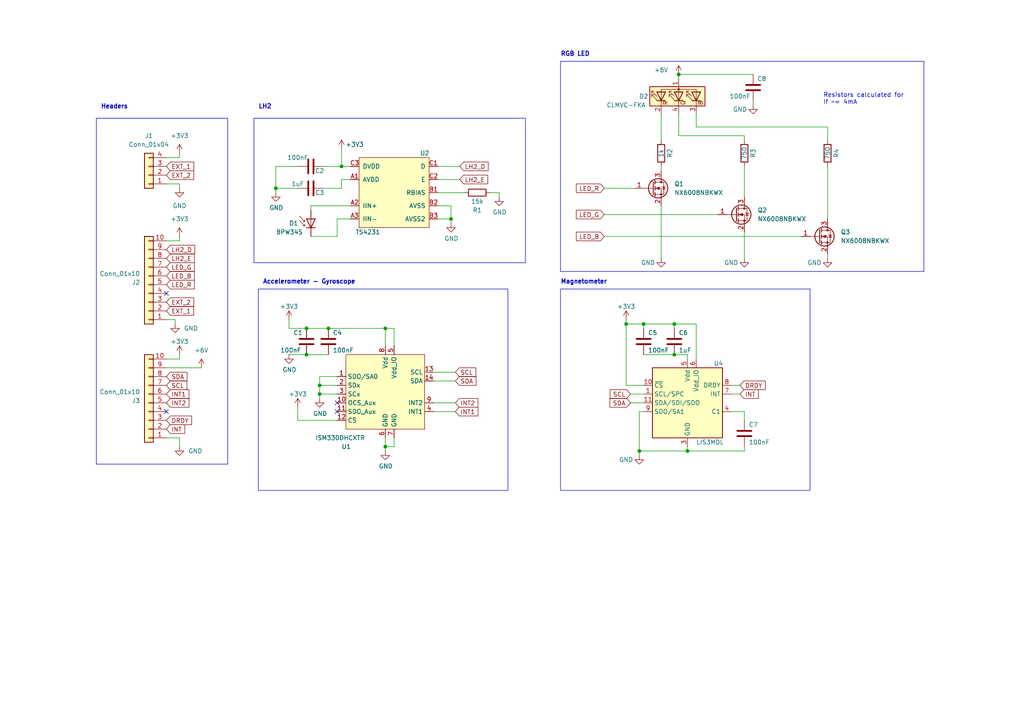
<source format=kicad_sch>
(kicad_sch (version 20230121) (generator eeschema)
  (paper "A4")
  (title_block (title "DotBot lighthouse shield") (date "2023-06-09") (rev "0.1.0") (company "Inria"))
  (lib_symbols
    (symbol "Connector_Generic:Conn_01x04" (pin_names (offset 1.016) hide)
      (property "Reference" "J" (at 0 5.08 0))
      (property "Value" "Conn_01x04" (at 0 -7.62 0))
      (symbol "Conn_01x04_1_1"
        (rectangle (start -1.27 -4.953) (end 0 -5.207) (stroke (width 0.1524)))
        (rectangle (start -1.27 -2.413) (end 0 -2.667) (stroke (width 0.1524)))
        (rectangle (start -1.27 0.127) (end 0 -0.127) (stroke (width 0.1524)))
        (rectangle (start -1.27 2.667) (end 0 2.413) (stroke (width 0.1524)))
        (rectangle (start -1.27 3.81) (end 1.27 -6.35) (stroke (width 0.254)) (fill (type background)))
        (pin passive line (at -5.08 2.54 0) (length 3.81) (name "Pin_1") (number "1"))
        (pin passive line (at -5.08 0 0) (length 3.81) (name "Pin_2") (number "2"))
        (pin passive line (at -5.08 -2.54 0) (length 3.81) (name "Pin_3") (number "3"))
        (pin passive line (at -5.08 -5.08 0) (length 3.81) (name "Pin_4") (number "4"))
      )
    )
    (symbol "Connector_Generic:Conn_01x10" (pin_names (offset 1.016) hide)
      (property "Reference" "J" (at 0 12.7 0))
      (property "Value" "Conn_01x10" (at 0 -15.24 0))
      (symbol "Conn_01x10_1_1"
        (rectangle (start -1.27 -12.573) (end 0 -12.827) (stroke (width 0.1524)))
        (rectangle (start -1.27 -10.033) (end 0 -10.287) (stroke (width 0.1524)))
        (rectangle (start -1.27 -7.493) (end 0 -7.747) (stroke (width 0.1524)))
        (rectangle (start -1.27 -4.953) (end 0 -5.207) (stroke (width 0.1524)))
        (rectangle (start -1.27 -2.413) (end 0 -2.667) (stroke (width 0.1524)))
        (rectangle (start -1.27 0.127) (end 0 -0.127) (stroke (width 0.1524)))
        (rectangle (start -1.27 2.667) (end 0 2.413) (stroke (width 0.1524)))
        (rectangle (start -1.27 5.207) (end 0 4.953) (stroke (width 0.1524)))
        (rectangle (start -1.27 7.747) (end 0 7.493) (stroke (width 0.1524)))
        (rectangle (start -1.27 10.287) (end 0 10.033) (stroke (width 0.1524)))
        (rectangle (start -1.27 11.43) (end 1.27 -13.97) (stroke (width 0.254)) (fill (type background)))
        (pin passive line (at -5.08 10.16 0) (length 3.81) (name "Pin_1") (number "1"))
        (pin passive line (at -5.08 -12.7 0) (length 3.81) (name "Pin_10") (number "10"))
        (pin passive line (at -5.08 7.62 0) (length 3.81) (name "Pin_2") (number "2"))
        (pin passive line (at -5.08 5.08 0) (length 3.81) (name "Pin_3") (number "3"))
        (pin passive line (at -5.08 2.54 0) (length 3.81) (name "Pin_4") (number "4"))
        (pin passive line (at -5.08 0 0) (length 3.81) (name "Pin_5") (number "5"))
        (pin passive line (at -5.08 -2.54 0) (length 3.81) (name "Pin_6") (number "6"))
        (pin passive line (at -5.08 -5.08 0) (length 3.81) (name "Pin_7") (number "7"))
        (pin passive line (at -5.08 -7.62 0) (length 3.81) (name "Pin_8") (number "8"))
        (pin passive line (at -5.08 -10.16 0) (length 3.81) (name "Pin_9") (number "9"))
      )
    )
    (symbol "Device:C" (pin_numbers hide) (pin_names (offset 0.254))
      (property "Reference" "C" (at 0.635 2.54 0))
      (property "Value" "C" (at 0.635 -2.54 0))
      (symbol "C_0_1"
        (polyline (pts (xy -2.032 -0.762) (xy 2.032 -0.762)) (stroke (width 0.508)))
        (polyline (pts (xy -2.032 0.762) (xy 2.032 0.762)) (stroke (width 0.508)))
      )
      (symbol "C_1_1"
        (pin passive line (at 0 3.81 270) (length 2.794) (name "~") (number "1"))
        (pin passive line (at 0 -3.81 90) (length 2.794) (name "~") (number "2"))
      )
    )
    (symbol "Device:D_Photo" (pin_numbers hide) (pin_names hide)
      (property "Reference" "D" (at 0.508 1.778 0))
      (property "Value" "D_Photo" (at -1.016 -2.794 0))
      (symbol "D_Photo_0_1"
        (polyline (pts (xy -2.54 1.27) (xy -2.54 -1.27)) (stroke (width 0.254)))
        (polyline (pts (xy -2.032 1.778) (xy -1.524 1.778)))
        (polyline (pts (xy 0 0) (xy -2.54 0)))
        (polyline (pts (xy -0.508 3.302) (xy -2.032 1.778) (xy -2.032 2.286)))
        (polyline (pts (xy 0 -1.27) (xy 0 1.27) (xy -2.54 0) (xy 0 -1.27)) (stroke (width 0.254)))
        (polyline (pts (xy 0.762 3.302) (xy -0.762 1.778) (xy -0.762 2.286) (xy -0.762 1.778) (xy -0.254 1.778)))
      )
      (symbol "D_Photo_1_1"
        (pin passive line (at -5.08 0 0) (length 2.54) (name "K") (number "1"))
        (pin passive line (at 2.54 0 180) (length 2.54) (name "A") (number "2"))
      )
    )
    (symbol "Device:LED_ARBG" (pin_names (offset 0) hide)
      (property "Reference" "D" (at 0 9.398 0))
      (property "Value" "LED_ARBG" (at 0 -8.89 0))
      (symbol "LED_ARBG_0_0"
        (text "B" (at -1.905 -6.35 0) (effects (font (size 1.27 1.27))))
        (text "G" (at -1.905 -1.27 0) (effects (font (size 1.27 1.27))))
        (text "R" (at -1.905 3.81 0) (effects (font (size 1.27 1.27))))
      )
      (symbol "LED_ARBG_0_1"
        (polyline (pts (xy -1.27 -5.08) (xy -2.54 -5.08)))
        (polyline (pts (xy -1.27 -5.08) (xy 1.27 -5.08)))
        (polyline (pts (xy -1.27 -3.81) (xy -1.27 -6.35)) (stroke (width 0.254)))
        (polyline (pts (xy -1.27 0) (xy -2.54 0)))
        (polyline (pts (xy -1.27 1.27) (xy -1.27 -1.27)) (stroke (width 0.254)))
        (polyline (pts (xy -1.27 5.08) (xy -2.54 5.08)))
        (polyline (pts (xy -1.27 5.08) (xy 1.27 5.08)))
        (polyline (pts (xy -1.27 6.35) (xy -1.27 3.81)) (stroke (width 0.254)))
        (polyline (pts (xy 1.27 0) (xy -1.27 0)))
        (polyline (pts (xy 1.27 0) (xy 2.54 0)))
        (polyline (pts (xy -1.27 1.27) (xy -1.27 -1.27) (xy -1.27 -1.27)))
        (polyline (pts (xy -1.27 6.35) (xy -1.27 3.81) (xy -1.27 3.81)))
        (polyline (pts (xy 1.27 -5.08) (xy 2.032 -5.08) (xy 2.032 5.08) (xy 1.27 5.08)))
        (polyline (pts (xy 1.27 -3.81) (xy 1.27 -6.35) (xy -1.27 -5.08) (xy 1.27 -3.81)) (stroke (width 0.254)))
        (polyline (pts (xy 1.27 1.27) (xy 1.27 -1.27) (xy -1.27 0) (xy 1.27 1.27)) (stroke (width 0.254)))
        (polyline (pts (xy 1.27 6.35) (xy 1.27 3.81) (xy -1.27 5.08) (xy 1.27 6.35)) (stroke (width 0.254)))
        (polyline (pts (xy -1.016 -3.81) (xy 0.508 -2.286) (xy -0.254 -2.286) (xy 0.508 -2.286) (xy 0.508 -3.048)))
        (polyline (pts (xy -1.016 1.27) (xy 0.508 2.794) (xy -0.254 2.794) (xy 0.508 2.794) (xy 0.508 2.032)))
        (polyline (pts (xy -1.016 6.35) (xy 0.508 7.874) (xy -0.254 7.874) (xy 0.508 7.874) (xy 0.508 7.112)))
        (polyline (pts (xy 0 -3.81) (xy 1.524 -2.286) (xy 0.762 -2.286) (xy 1.524 -2.286) (xy 1.524 -3.048)))
        (polyline (pts (xy 0 1.27) (xy 1.524 2.794) (xy 0.762 2.794) (xy 1.524 2.794) (xy 1.524 2.032)))
        (polyline (pts (xy 0 6.35) (xy 1.524 7.874) (xy 0.762 7.874) (xy 1.524 7.874) (xy 1.524 7.112)))
        (rectangle (start 1.27 -1.27) (end 1.27 1.27))
        (rectangle (start 1.27 1.27) (end 1.27 1.27))
        (rectangle (start 1.27 3.81) (end 1.27 6.35))
        (rectangle (start 1.27 6.35) (end 1.27 6.35))
        (circle (center 2.032 0) (radius 0.254) (fill (type outline)))
        (rectangle (start 2.794 8.382) (end -2.794 -7.62) (stroke (width 0.254)) (fill (type background)))
      )
      (symbol "LED_ARBG_1_1"
        (pin passive line (at 5.08 0 180) (length 2.54) (name "A") (number "1"))
        (pin passive line (at -5.08 5.08 0) (length 2.54) (name "RK") (number "2"))
        (pin passive line (at -5.08 -5.08 0) (length 2.54) (name "BK") (number "3"))
        (pin passive line (at -5.08 0 0) (length 2.54) (name "GK") (number "4"))
      )
    )
    (symbol "Device:Q_NMOS_GSD" (pin_names (offset 0) hide)
      (property "Reference" "Q" (at 5.08 1.27 0))
      (property "Value" "Q_NMOS_GSD" (at 5.08 -1.27 0))
      (symbol "Q_NMOS_GSD_0_1"
        (polyline (pts (xy 0.254 0) (xy -2.54 0)))
        (polyline (pts (xy 0.254 1.905) (xy 0.254 -1.905)) (stroke (width 0.254)))
        (polyline (pts (xy 0.762 -1.27) (xy 0.762 -2.286)) (stroke (width 0.254)))
        (polyline (pts (xy 0.762 0.508) (xy 0.762 -0.508)) (stroke (width 0.254)))
        (polyline (pts (xy 0.762 2.286) (xy 0.762 1.27)) (stroke (width 0.254)))
        (polyline (pts (xy 2.54 2.54) (xy 2.54 1.778)))
        (polyline (pts (xy 2.54 -2.54) (xy 2.54 0) (xy 0.762 0)))
        (polyline (pts (xy 0.762 -1.778) (xy 3.302 -1.778) (xy 3.302 1.778) (xy 0.762 1.778)))
        (polyline (pts (xy 1.016 0) (xy 2.032 0.381) (xy 2.032 -0.381) (xy 1.016 0)) (fill (type outline)))
        (polyline (pts (xy 2.794 0.508) (xy 2.921 0.381) (xy 3.683 0.381) (xy 3.81 0.254)))
        (polyline (pts (xy 3.302 0.381) (xy 2.921 -0.254) (xy 3.683 -0.254) (xy 3.302 0.381)))
        (circle (center 1.651 0) (radius 2.794) (stroke (width 0.254)))
        (circle (center 2.54 -1.778) (radius 0.254) (fill (type outline)))
        (circle (center 2.54 1.778) (radius 0.254) (fill (type outline)))
      )
      (symbol "Q_NMOS_GSD_1_1"
        (pin input line (at -5.08 0 0) (length 2.54) (name "G") (number "1"))
        (pin passive line (at 2.54 -5.08 90) (length 2.54) (name "S") (number "2"))
        (pin passive line (at 2.54 5.08 270) (length 2.54) (name "D") (number "3"))
      )
    )
    (symbol "Device:R" (pin_numbers hide) (pin_names (offset 0))
      (property "Reference" "R" (at 2.032 0 90))
      (property "Value" "R" (at 0 0 90))
      (symbol "R_0_1"
        (rectangle (start -1.016 -2.54) (end 1.016 2.54) (stroke (width 0.254)))
      )
      (symbol "R_1_1"
        (pin passive line (at 0 3.81 270) (length 1.27) (name "~") (number "1"))
        (pin passive line (at 0 -3.81 90) (length 1.27) (name "~") (number "2"))
      )
    )
    (symbol "DotBot:ISM330DHCXTR"
      (property "Reference" "U" (at -8.89 11.43 0))
      (property "Value" "ISM330DHCXTR" (at -7.62 -13.97 0))
      (symbol "ISM330DHCXTR_0_0"
        (pin output line (at -12.7 3.81 0) (length 2.54) (name "SDO/SA0") (number "1"))
        (pin unspecified line (at -12.7 -3.81 0) (length 2.54) (name "OCS_Aux") (number "10"))
        (pin unspecified line (at -12.7 -6.35 0) (length 2.54) (name "SDO_Aux") (number "11"))
        (pin input line (at -12.7 -8.89 0) (length 2.54) (name "CS") (number "12"))
        (pin input line (at 15.24 5.08 180) (length 2.54) (name "SCL") (number "13"))
        (pin bidirectional line (at 15.24 2.54 180) (length 2.54) (name "SDA") (number "14"))
        (pin output line (at -12.7 1.27 0) (length 2.54) (name "SDx") (number "2"))
        (pin output line (at -12.7 -1.27 0) (length 2.54) (name "SCx") (number "3"))
        (pin output line (at 15.24 -6.35 180) (length 2.54) (name "INT1") (number "4"))
        (pin passive line (at 3.81 12.7 270) (length 2.54) (name "Vdd_IO") (number "5"))
        (pin passive line (at 1.27 -13.97 90) (length 2.54) (name "GND") (number "6"))
        (pin passive line (at 3.81 -13.97 90) (length 2.54) (name "GND") (number "7"))
        (pin passive line (at 1.27 12.7 270) (length 2.54) (name "Vdd") (number "8"))
        (pin output line (at 15.24 -3.81 180) (length 2.54) (name "INT2") (number "9"))
      )
      (symbol "ISM330DHCXTR_0_1"
        (rectangle (start -10.16 10.16) (end 12.7 -11.43) (fill (type background)))
      )
    )
    (symbol "DotBot:TS4231" (pin_names (offset 1.016))
      (property "Reference" "U" (at 2.54 -1.27 0))
      (property "Value" "TS4231" (at -12.7 -24.13 0))
      (symbol "TS4231_0_1"
        (rectangle (start 3.81 -2.54) (end -16.51 -22.86) (fill (type background)))
      )
      (symbol "TS4231_1_1"
        (pin power_in line (at -19.05 -8.89 0) (length 2.54) (name "AVDD") (number "A1"))
        (pin input line (at -19.05 -16.51 0) (length 2.54) (name "IIN+") (number "A2"))
        (pin input line (at -19.05 -20.32 0) (length 2.54) (name "IIN-") (number "A3"))
        (pin passive line (at 6.35 -12.7 180) (length 2.54) (name "RBIAS") (number "B1"))
        (pin power_in line (at 6.35 -16.51 180) (length 2.54) (name "AVSS") (number "B2"))
        (pin power_in line (at 6.35 -20.32 180) (length 2.54) (name "AVSS2") (number "B3"))
        (pin bidirectional line (at 6.35 -5.08 180) (length 2.54) (name "D") (number "C1"))
        (pin bidirectional line (at 6.35 -8.89 180) (length 2.54) (name "E") (number "C2"))
        (pin power_in line (at -19.05 -5.08 0) (length 2.54) (name "DVDD") (number "C3"))
      )
    )
    (symbol "OLIMEX_Power:+3.3V" (power) (pin_names (offset 0))
      (property "Value" "+3.3V" (at 0 3.556 0))
      (symbol "+3.3V_0_1"
        (polyline (pts (xy -0.762 1.27) (xy 0 2.54)))
        (polyline (pts (xy 0 0) (xy 0 2.54)))
        (polyline (pts (xy 0 2.54) (xy 0.762 1.27)))
      )
      (symbol "+3.3V_1_1"
        (pin power_in line (at 0 0 90) (length 0) hide (name "+3V3") (number "1"))
      )
    )
    (symbol "OLIMEX_Power:+6V" (power) (pin_names (offset 0))
      (property "Value" "+6V" (at 0 3.556 0))
      (symbol "+6V_0_1"
        (polyline (pts (xy -0.762 1.27) (xy 0 2.54)))
        (polyline (pts (xy 0 0) (xy 0 2.54)))
        (polyline (pts (xy 0 2.54) (xy 0.762 1.27)))
      )
      (symbol "+6V_1_1"
        (pin power_in line (at 0 0 90) (length 0) hide (name "+6V") (number "1"))
      )
    )
    (symbol "OLIMEX_Power:GND" (power) (pin_names (offset 0))
      (property "Value" "GND" (at 0 -3.81 0))
      (symbol "GND_0_1"
        (polyline (pts (xy 0 0) (xy 0 -1.27) (xy 1.27 -1.27) (xy 0 -2.54) (xy -1.27 -1.27) (xy 0 -1.27)))
      )
      (symbol "GND_1_1"
        (pin power_in line (at 0 0 270) (length 0) hide (name "GND") (number "1"))
      )
    )
    (symbol "Sensor_Magnetic:LIS3MDL"
      (property "Reference" "U" (at -8.89 11.43 0))
      (property "Value" "LIS3MDL" (at 7.62 11.43 0))
      (symbol "LIS3MDL_0_1"
        (rectangle (start -10.16 10.16) (end 10.16 -10.16) (stroke (width 0.254)) (fill (type background)))
      )
      (symbol "LIS3MDL_1_1"
        (pin input line (at -12.7 2.54 0) (length 2.54) (name "SCL/SPC") (number "1"))
        (pin input line (at -12.7 5.08 0) (length 2.54) (name "~{CS}") (number "10"))
        (pin bidirectional line (at -12.7 0 0) (length 2.54) (name "SDA/SDI/SDO") (number "11"))
        (pin passive line (at 0 -12.7 90) (length 2.54) hide (name "GND") (number "12"))
        (pin passive line (at 0 -12.7 90) (length 2.54) hide (name "GND") (number "2"))
        (pin power_in line (at 0 -12.7 90) (length 2.54) (name "GND") (number "3"))
        (pin power_out line (at 12.7 -2.54 180) (length 2.54) (name "C1") (number "4"))
        (pin power_in line (at 0 12.7 270) (length 2.54) (name "Vdd") (number "5"))
        (pin power_in line (at 2.54 12.7 270) (length 2.54) (name "Vdd_IO") (number "6"))
        (pin output line (at 12.7 2.54 180) (length 2.54) (name "INT") (number "7"))
        (pin output line (at 12.7 5.08 180) (length 2.54) (name "DRDY") (number "8"))
        (pin bidirectional line (at -12.7 -2.54 0) (length 2.54) (name "SDO/SA1") (number "9"))
      )
    )
    (symbol "power:+3.3V" (power) (pin_names (offset 0))
      (property "Value" "+3.3V" (at 0 3.556 0))
      (symbol "+3.3V_0_1"
        (polyline (pts (xy -0.762 1.27) (xy 0 2.54)))
        (polyline (pts (xy 0 0) (xy 0 2.54)))
        (polyline (pts (xy 0 2.54) (xy 0.762 1.27)))
      )
      (symbol "+3.3V_1_1"
        (pin power_in line (at 0 0 90) (length 0) hide (name "+3V3") (number "1"))
      )
    )
    (symbol "power:GND" (power) (pin_names (offset 0))
      (property "Value" "GND" (at 0 -3.81 0))
      (symbol "GND_0_1"
        (polyline (pts (xy 0 0) (xy 0 -1.27) (xy 1.27 -1.27) (xy 0 -2.54) (xy -1.27 -1.27) (xy 0 -1.27)))
      )
      (symbol "GND_1_1"
        (pin power_in line (at 0 0 270) (length 0) hide (name "GND") (number "1"))
      )
    )
  )
  (junction (at 88.9 102.87))
  (junction (at 196.85 21.59))
  (junction (at 199.39 130.81))
  (junction (at 99.06 48.26))
  (junction (at 195.58 102.87))
  (junction (at 80.01 54.61))
  (junction (at 181.61 93.98))
  (junction (at 185.42 130.81))
  (junction (at 186.69 93.98))
  (junction (at 195.58 93.98))
  (junction (at 92.71 114.3))
  (junction (at 92.71 111.76))
  (junction (at 88.9 95.25))
  (junction (at 95.25 95.25))
  (junction (at 111.76 95.25))
  (junction (at 130.81 63.5))
  (junction (at 111.76 129.54))
  (no_connect (at 48.26 85.09))
  (no_connect (at 48.26 119.38))
  (no_connect (at 97.79 119.38))
  (no_connect (at 97.79 116.84))
  (wire (pts (xy 88.9 102.87) (xy 95.25 102.87)))
  (wire (pts (xy 52.07 69.85) (xy 52.07 68.58)))
  (wire (pts (xy 186.69 119.38) (xy 185.42 119.38)))
  (wire (pts (xy 95.25 95.25) (xy 111.76 95.25)))
  (wire (pts (xy 127 48.26) (xy 133.35 48.26)))
  (wire (pts (xy 90.17 60.96) (xy 90.17 59.69)))
  (wire (pts (xy 80.01 54.61) (xy 86.36 54.61)))
  (wire (pts (xy 48.26 92.71) (xy 50.8 92.71)))
  (wire (pts (xy 191.77 59.69) (xy 191.77 74.93)))
  (wire (pts (xy 80.01 54.61) (xy 80.01 48.26)))
  (wire (pts (xy 93.98 54.61) (xy 99.06 54.61)))
  (wire (pts (xy 114.3 129.54) (xy 111.76 129.54)))
  (wire (pts (xy 99.06 54.61) (xy 99.06 52.07)))
  (wire (pts (xy 97.79 109.22) (xy 92.71 109.22)))
  (wire (pts (xy 92.71 115.57) (xy 92.71 114.3)))
  (wire (pts (xy 114.3 100.33) (xy 114.3 95.25)))
  (wire (pts (xy 83.82 95.25) (xy 88.9 95.25)))
  (wire (pts (xy 175.26 62.23) (xy 208.28 62.23)))
  (wire (pts (xy 181.61 111.76) (xy 186.69 111.76)))
  (wire (pts (xy 215.9 130.81) (xy 215.9 129.54)))
  (wire (pts (xy 182.88 114.3) (xy 186.69 114.3)))
  (wire (pts (xy 48.26 45.72) (xy 52.07 45.72)))
  (wire (pts (xy 111.76 129.54) (xy 111.76 130.81)))
  (wire (pts (xy 185.42 132.08) (xy 185.42 130.81)))
  (wire (pts (xy 52.07 127) (xy 52.07 129.54)))
  (wire (pts (xy 92.71 114.3) (xy 97.79 114.3)))
  (wire (pts (xy 196.85 21.59) (xy 196.85 22.86)))
  (wire (pts (xy 127 55.88) (xy 134.62 55.88)))
  (wire (pts (xy 111.76 95.25) (xy 111.76 100.33)))
  (wire (pts (xy 88.9 95.25) (xy 95.25 95.25)))
  (wire (pts (xy 186.69 102.87) (xy 195.58 102.87)))
  (wire (pts (xy 80.01 48.26) (xy 86.36 48.26)))
  (wire (pts (xy 199.39 129.54) (xy 199.39 130.81)))
  (wire (pts (xy 114.3 127) (xy 114.3 129.54)))
  (wire (pts (xy 240.03 73.66) (xy 240.03 74.93)))
  (wire (pts (xy 52.07 45.72) (xy 52.07 44.45)))
  (wire (pts (xy 52.07 53.34) (xy 52.07 54.61)))
  (wire (pts (xy 181.61 92.71) (xy 181.61 93.98)))
  (wire (pts (xy 48.26 69.85) (xy 52.07 69.85)))
  (wire (pts (xy 215.9 67.31) (xy 215.9 74.93)))
  (wire (pts (xy 201.93 33.02) (xy 201.93 36.83)))
  (wire (pts (xy 130.81 63.5) (xy 130.81 64.77)))
  (wire (pts (xy 212.09 111.76) (xy 214.63 111.76)))
  (wire (pts (xy 218.44 21.59) (xy 196.85 21.59)))
  (wire (pts (xy 130.81 59.69) (xy 130.81 63.5)))
  (wire (pts (xy 125.73 119.38) (xy 132.08 119.38)))
  (wire (pts (xy 215.9 48.26) (xy 215.9 57.15)))
  (wire (pts (xy 97.79 68.58) (xy 97.79 63.5)))
  (wire (pts (xy 195.58 93.98) (xy 195.58 95.25)))
  (wire (pts (xy 99.06 43.18) (xy 99.06 48.26)))
  (wire (pts (xy 52.07 104.14) (xy 52.07 102.87)))
  (wire (pts (xy 196.85 33.02) (xy 196.85 39.37)))
  (wire (pts (xy 185.42 119.38) (xy 185.42 130.81)))
  (wire (pts (xy 186.69 93.98) (xy 186.69 95.25)))
  (wire (pts (xy 83.82 92.71) (xy 83.82 95.25)))
  (wire (pts (xy 212.09 119.38) (xy 215.9 119.38)))
  (wire (pts (xy 196.85 39.37) (xy 215.9 39.37)))
  (wire (pts (xy 191.77 48.26) (xy 191.77 49.53)))
  (wire (pts (xy 175.26 68.58) (xy 232.41 68.58)))
  (wire (pts (xy 195.58 93.98) (xy 201.93 93.98)))
  (wire (pts (xy 93.98 48.26) (xy 99.06 48.26)))
  (wire (pts (xy 114.3 95.25) (xy 111.76 95.25)))
  (wire (pts (xy 90.17 59.69) (xy 101.6 59.69)))
  (wire (pts (xy 48.26 106.68) (xy 58.42 106.68)))
  (wire (pts (xy 86.36 121.92) (xy 86.36 118.11)))
  (wire (pts (xy 201.93 36.83) (xy 240.03 36.83)))
  (wire (pts (xy 97.79 63.5) (xy 101.6 63.5)))
  (wire (pts (xy 99.06 48.26) (xy 101.6 48.26)))
  (wire (pts (xy 215.9 130.81) (xy 199.39 130.81)))
  (wire (pts (xy 50.8 92.71) (xy 50.8 93.98)))
  (wire (pts (xy 92.71 109.22) (xy 92.71 111.76)))
  (wire (pts (xy 215.9 39.37) (xy 215.9 40.64)))
  (wire (pts (xy 186.69 93.98) (xy 195.58 93.98)))
  (wire (pts (xy 125.73 110.49) (xy 132.08 110.49)))
  (wire (pts (xy 86.36 121.92) (xy 97.79 121.92)))
  (wire (pts (xy 175.26 54.61) (xy 184.15 54.61)))
  (wire (pts (xy 80.01 55.88) (xy 80.01 54.61)))
  (wire (pts (xy 212.09 114.3) (xy 214.63 114.3)))
  (wire (pts (xy 218.44 29.21) (xy 218.44 30.48)))
  (wire (pts (xy 127 52.07) (xy 133.35 52.07)))
  (wire (pts (xy 144.78 55.88) (xy 144.78 57.15)))
  (wire (pts (xy 48.26 53.34) (xy 52.07 53.34)))
  (wire (pts (xy 215.9 119.38) (xy 215.9 121.92)))
  (wire (pts (xy 125.73 107.95) (xy 132.08 107.95)))
  (wire (pts (xy 127 63.5) (xy 130.81 63.5)))
  (wire (pts (xy 185.42 130.81) (xy 199.39 130.81)))
  (wire (pts (xy 182.88 116.84) (xy 186.69 116.84)))
  (wire (pts (xy 83.82 102.87) (xy 88.9 102.87)))
  (wire (pts (xy 90.17 68.58) (xy 97.79 68.58)))
  (wire (pts (xy 199.39 104.14) (xy 199.39 102.87)))
  (wire (pts (xy 181.61 93.98) (xy 186.69 93.98)))
  (wire (pts (xy 92.71 111.76) (xy 92.71 114.3)))
  (wire (pts (xy 142.24 55.88) (xy 144.78 55.88)))
  (wire (pts (xy 127 59.69) (xy 130.81 59.69)))
  (wire (pts (xy 201.93 104.14) (xy 201.93 93.98)))
  (wire (pts (xy 199.39 102.87) (xy 195.58 102.87)))
  (wire (pts (xy 181.61 93.98) (xy 181.61 111.76)))
  (wire (pts (xy 97.79 111.76) (xy 92.71 111.76)))
  (wire (pts (xy 125.73 116.84) (xy 132.08 116.84)))
  (wire (pts (xy 111.76 127) (xy 111.76 129.54)))
  (wire (pts (xy 48.26 104.14) (xy 52.07 104.14)))
  (wire (pts (xy 99.06 52.07) (xy 101.6 52.07)))
  (wire (pts (xy 240.03 36.83) (xy 240.03 40.64)))
  (wire (pts (xy 191.77 33.02) (xy 191.77 40.64)))
  (wire (pts (xy 240.03 48.26) (xy 240.03 63.5)))
  (wire (pts (xy 48.26 127) (xy 52.07 127)))
  (rectangle (start 162.56 17.78) (end 267.97 78.74))
  (rectangle (start 162.56 83.82) (end 234.95 142.24))
  (rectangle (start 74.93 83.82) (end 147.32 142.24))
  (rectangle (start 27.94 34.29) (end 66.04 134.62))
  (rectangle (start 73.66 34.29) (end 152.4 76.2))
  (text "Headers" (at 29.21 31.75 0) (effects (font (size 1.27 1.27) (thickness 0.254) bold) (justify left bottom)))
  (text "Resistors calculated for\nIf ~= 4mA" (at 238.76 30.48 0) (effects (font (size 1.27 1.27)) (justify left bottom)))
  (text "RGB LED" (at 162.56 16.51 0) (effects (font (size 1.27 1.27) (thickness 0.254) bold) (justify left bottom)))
  (text "LH2" (at 74.93 31.75 0) (effects (font (size 1.27 1.27) (thickness 0.254) bold) (justify left bottom)))
  (text "Accelerometer - Gyroscope" (at 76.2 82.55 0) (effects (font (size 1.27 1.27) (thickness 0.254) bold) (justify left bottom)))
  (text "Magnetometer" (at 162.56 82.55 0) (effects (font (size 1.27 1.27) (thickness 0.254) bold) (justify left bottom)))
  (global_label "INT1" (shape input) (at 132.08 119.38 0) (property "Intersheetrefs" "${INTERSHEET_REFS}" (effects hide)))
  (global_label "LED_B" (shape input) (at 175.26 68.58 180) (property "Intersheetrefs" "${INTERSHEET_REFS}" (effects hide)))
  (global_label "LED_R" (shape input) (at 48.26 82.55 0) (property "Intersheetrefs" "${INTERSHEET_REFS}" (effects hide)))
  (global_label "SCL" (shape input) (at 182.88 114.3 180) (property "Intersheetrefs" "${INTERSHEET_REFS}" (effects hide)))
  (global_label "LH2_E" (shape input) (at 133.35 52.07 0) (property "Intersheetrefs" "${INTERSHEET_REFS}" (effects hide)))
  (global_label "SDA" (shape input) (at 132.08 110.49 0) (property "Intersheetrefs" "${INTERSHEET_REFS}" (effects hide)))
  (global_label "INT" (shape input) (at 48.26 124.46 0) (property "Intersheetrefs" "${INTERSHEET_REFS}" (effects hide)))
  (global_label "EXT_1" (shape input) (at 48.26 90.17 0) (property "Intersheetrefs" "${INTERSHEET_REFS}" (effects hide)))
  (global_label "DRDY" (shape input) (at 214.63 111.76 0) (property "Intersheetrefs" "${INTERSHEET_REFS}" (effects hide)))
  (global_label "DRDY" (shape input) (at 48.26 121.92 0) (property "Intersheetrefs" "${INTERSHEET_REFS}" (effects hide)))
  (global_label "LH2_E" (shape input) (at 48.26 74.93 0) (property "Intersheetrefs" "${INTERSHEET_REFS}" (effects hide)))
  (global_label "SDA" (shape input) (at 182.88 116.84 180) (property "Intersheetrefs" "${INTERSHEET_REFS}" (effects hide)))
  (global_label "LED_G" (shape input) (at 175.26 62.23 180) (property "Intersheetrefs" "${INTERSHEET_REFS}" (effects hide)))
  (global_label "INT2" (shape input) (at 132.08 116.84 0) (property "Intersheetrefs" "${INTERSHEET_REFS}" (effects hide)))
  (global_label "EXT_1" (shape input) (at 48.26 48.26 0) (property "Intersheetrefs" "${INTERSHEET_REFS}" (effects hide)))
  (global_label "LED_G" (shape input) (at 48.26 77.47 0) (property "Intersheetrefs" "${INTERSHEET_REFS}" (effects hide)))
  (global_label "LH2_D" (shape input) (at 48.26 72.39 0) (property "Intersheetrefs" "${INTERSHEET_REFS}" (effects hide)))
  (global_label "LED_B" (shape input) (at 48.26 80.01 0) (property "Intersheetrefs" "${INTERSHEET_REFS}" (effects hide)))
  (global_label "INT" (shape input) (at 214.63 114.3 0) (property "Intersheetrefs" "${INTERSHEET_REFS}" (effects hide)))
  (global_label "INT1" (shape input) (at 48.26 114.3 0) (property "Intersheetrefs" "${INTERSHEET_REFS}" (effects hide)))
  (global_label "LH2_D" (shape input) (at 133.35 48.26 0) (property "Intersheetrefs" "${INTERSHEET_REFS}" (effects hide)))
  (global_label "INT2" (shape input) (at 48.26 116.84 0) (property "Intersheetrefs" "${INTERSHEET_REFS}" (effects hide)))
  (global_label "SCL" (shape input) (at 48.26 111.76 0) (property "Intersheetrefs" "${INTERSHEET_REFS}" (effects hide)))
  (global_label "LED_R" (shape input) (at 175.26 54.61 180) (property "Intersheetrefs" "${INTERSHEET_REFS}" (effects hide)))
  (global_label "SCL" (shape input) (at 132.08 107.95 0) (property "Intersheetrefs" "${INTERSHEET_REFS}" (effects hide)))
  (global_label "SDA" (shape input) (at 48.26 109.22 0) (property "Intersheetrefs" "${INTERSHEET_REFS}" (effects hide)))
  (global_label "EXT_2" (shape input) (at 48.26 87.63 0) (property "Intersheetrefs" "${INTERSHEET_REFS}" (effects hide)))
  (global_label "EXT_2" (shape input) (at 48.26 50.8 0) (property "Intersheetrefs" "${INTERSHEET_REFS}" (effects hide)))
  (symbol (lib_id "Device:C") (at 195.58 99.06 0) (unit 1)
    (property "Reference" "C6" (at 196.85 96.52 0) (effects (justify left)))
    (property "Value" "1uF" (at 196.85 101.6 0) (effects (justify left)))
    (property "Footprint" "Capacitor_SMD:C_0603_1608Metric" (effects hide))
    (property "Datasheet" "https://media.digikey.com/pdf/Data%20Sheets/Samsung%20PDFs/CL10A105KA8NNNC_Spec.pdf" (effects hide))
    (property "Link" "https://www.digikey.fr/short/qjvrwt85" (effects hide))
    (property "Manufacturer" "Samsung Electro-Mechanics" (effects hide))
    (property "Mfr Part Number" "1276-1102-1-ND " (effects hide))
    (property "Price" "0.007" (effects hide))
    (property "AISLER_MPN" "CL10A105KA8NNNC" (effects hide))
  )
  (symbol (lib_id "OLIMEX_Power:GND") (at 50.8 93.98 0) (unit 1)
    (property "Reference" "#PWR01" (effects hide))
    (property "Value" "GND" (at 53.34 95.25 0) (effects (justify left)))
  )
  (symbol (lib_id "OLIMEX_Power:+3.3V") (at 52.07 68.58 0) (unit 1)
    (property "Reference" "#PWR04" (effects hide))
    (property "Value" "+3.3V" (at 52.07 63.5 0))
  )
  (symbol (lib_id "Device:LED_ARBG") (at 196.85 27.94 90) (unit 1)
    (property "Reference" "D2" (at 186.69 27.94 90))
    (property "Value" "CLMVC-FKA" (at 181.61 30.48 90))
    (property "Footprint" "LED_SMD:LED_Cree-PLCC4_2x2mm_CW" (effects hide))
    (property "Datasheet" "https://media.digikey.com/pdf/Data%20Sheets/CREE%20Power/CLMVC-FKA_Rev13_2021.pdf" (effects hide))
    (property "Link" "https://www.digikey.fr/short/ppj3nqm1" (effects hide))
    (property "Mfr Part Number" "CLMVC-FKA" (effects hide))
    (property "Price" "0.146" (effects hide))
  )
  (symbol (lib_id "OLIMEX_Power:+3.3V") (at 83.82 92.71 0) (unit 1)
    (property "Reference" "#PWR09" (effects hide))
    (property "Value" "+3.3V" (at 83.82 88.9 0))
  )
  (symbol (lib_id "power:GND") (at 130.81 64.77 0) (unit 1)
    (property "Reference" "#PWR015" (effects hide))
    (property "Value" "GND" (at 130.937 69.1642 0))
  )
  (symbol (lib_id "Connector_Generic:Conn_01x10") (at 43.18 116.84 180) (unit 1)
    (property "Reference" "J3" (at 40.64 116.205 0) (effects (justify left)))
    (property "Value" "Conn_01x10" (at 40.64 113.665 0) (effects (justify left)))
    (property "Footprint" "Connector_PinHeader_2.54mm:PinHeader_1x10_P2.54mm_Vertical" (effects hide))
    (property "Price" "0.0" (effects hide))
  )
  (symbol (lib_id "OLIMEX_Power:+6V") (at 196.85 21.59 0) (unit 1)
    (property "Reference" "#PWR021" (effects hide))
    (property "Value" "+6V" (at 191.77 20.32 0))
  )
  (symbol (lib_id "power:GND") (at 215.9 74.93 0) (unit 1)
    (property "Reference" "#PWR020" (effects hide))
    (property "Value" "GND" (at 212.09 76.2 0))
  )
  (symbol (lib_id "Device:C") (at 88.9 99.06 0) (unit 1)
    (property "Reference" "C1" (at 85.09 96.52 0) (effects (justify left)))
    (property "Value" "100nF" (at 81.28 101.6 0) (effects (justify left)))
    (property "Footprint" "Capacitor_SMD:C_0603_1608Metric" (effects hide))
    (property "Datasheet" "https://media.digikey.com/pdf/Data%20Sheets/Samsung%20PDFs/CL10B104KB8NNWC_Spec.pdf" (effects hide))
    (property "Link" "https://www.digikey.fr/short/pm3hbfq0" (effects hide))
    (property "Manufacturer" "Samsung Electro-Mechanics" (effects hide))
    (property "Mfr Part Number" "CL10B104KB8NNWC" (effects hide))
    (property "Price" "0.004" (effects hide))
    (property "AISLER_MPN" "CL10B104KB8NNWC" (effects hide))
  )
  (symbol (lib_id "OLIMEX_Power:+3.3V") (at 52.07 102.87 0) (unit 1)
    (property "Reference" "#PWR05" (effects hide))
    (property "Value" "+3.3V" (at 52.07 99.06 0))
  )
  (symbol (lib_id "Device:R") (at 138.43 55.88 270) (unit 1)
    (property "Reference" "R1" (at 138.43 60.96 90))
    (property "Value" "15k" (at 138.43 58.42 90))
    (property "Footprint" "Resistor_SMD:R_0603_1608Metric" (effects hide))
    (property "Datasheet" "https://www.yageo.com/upload/media/product/productsearch/datasheet/rchip/PYu-RC_Group_51_RoHS_L_11.pdf" (effects hide))
    (property "Link" "https://www.digikey.fr/short/nthnhmrc" (effects hide))
    (property "Mfr Part Number" "RC0603FR-0715KL" (effects hide))
    (property "Price" "0.0043" (effects hide))
  )
  (symbol (lib_id "power:GND") (at 144.78 57.15 0) (unit 1)
    (property "Reference" "#PWR016" (effects hide))
    (property "Value" "GND" (at 144.907 61.5442 0))
  )
  (symbol (lib_id "OLIMEX_Power:+3.3V") (at 52.07 44.45 0) (unit 1)
    (property "Reference" "#PWR02" (effects hide))
    (property "Value" "+3.3V" (at 52.07 39.37 0))
  )
  (symbol (lib_id "power:GND") (at 83.82 102.87 0) (unit 1)
    (property "Reference" "#PWR010" (effects hide))
    (property "Value" "GND" (at 83.947 107.2642 0))
  )
  (symbol (lib_id "Device:D_Photo") (at 90.17 63.5 90) (unit 1)
    (property "Reference" "D1" (at 83.82 64.77 90) (effects (justify right)))
    (property "Value" "BPW34S" (at 80.01 67.31 90) (effects (justify right)))
    (property "Footprint" "DotBot:BPW34" (effects hide))
    (property "Datasheet" "https://dammedia.osram.info/media/resource/hires/osram-dam-5488319/BPW%2034%20S_EN.pdf" (effects hide))
    (property "Link" "https://www.digikey.fr/short/r3bb20fw" (effects hide))
    (property "Mfr Part Number" "BPW 34 S-Z" (effects hide))
    (property "Price" "0.49" (effects hide))
  )
  (symbol (lib_id "Device:C") (at 95.25 99.06 0) (unit 1)
    (property "Reference" "C4" (at 96.52 96.52 0) (effects (justify left)))
    (property "Value" "100nF" (at 96.52 101.6 0) (effects (justify left)))
    (property "Footprint" "Capacitor_SMD:C_0603_1608Metric" (effects hide))
    (property "Datasheet" "https://media.digikey.com/pdf/Data%20Sheets/Samsung%20PDFs/CL10B104KB8NNWC_Spec.pdf" (effects hide))
    (property "Link" "https://www.digikey.fr/short/pm3hbfq0" (effects hide))
    (property "Manufacturer" "Samsung Electro-Mechanics" (effects hide))
    (property "Mfr Part Number" "CL10B104KB8NNWC" (effects hide))
    (property "Price" "0.004" (effects hide))
    (property "AISLER_MPN" "CL10B104KB8NNWC" (effects hide))
  )
  (symbol (lib_id "OLIMEX_Power:GND") (at 52.07 129.54 0) (unit 1)
    (property "Reference" "#PWR06" (effects hide))
    (property "Value" "GND" (at 54.61 130.81 0) (effects (justify left)))
  )
  (symbol (lib_id "DotBot:TS4231") (at 120.65 43.18 0) (unit 1)
    (property "Reference" "U2" (at 123.19 44.45 0))
    (property "Value" "TS4231" (at 106.68 67.31 0))
    (property "Footprint" "DotBot:TS4231" (effects hide))
    (property "Datasheet" "https://triadsemi.com/wp-content/uploads/2019/09/TS4231-Datasheet.pdf" (effects hide))
    (property "Link" "https://www.digikey.fr/short/92w80vrh" (effects hide))
    (property "Mfr Part Number" "TS4231" (effects hide))
    (property "Price" "0.945" (effects hide))
  )
  (symbol (lib_id "Device:Q_NMOS_GSD") (at 189.23 54.61 0) (unit 1)
    (property "Reference" "Q1" (at 195.58 53.34 0) (effects (justify left)))
    (property "Value" "NX6008NBKWX" (at 195.58 55.88 0) (effects (justify left)))
    (property "Footprint" "Package_TO_SOT_SMD:SOT-323_SC-70" (effects hide))
    (property "Datasheet" "https://assets.nexperia.com/documents/data-sheet/NX6008NBKW.pdf" (effects hide))
    (property "Link" "https://www.digikey.fr/short/t1h7z77b" (effects hide))
    (property "Manufacturer" "Nexperia USA Inc." (effects hide))
    (property "Mfr Part Number" "NX6008NBKWX" (effects hide))
  )
  (symbol (lib_id "Device:C") (at 186.69 99.06 0) (unit 1)
    (property "Reference" "C5" (at 187.96 96.52 0) (effects (justify left)))
    (property "Value" "100nF" (at 187.96 101.6 0) (effects (justify left)))
    (property "Footprint" "Capacitor_SMD:C_0603_1608Metric" (effects hide))
    (property "Datasheet" "https://media.digikey.com/pdf/Data%20Sheets/Samsung%20PDFs/CL10B104KB8NNWC_Spec.pdf" (effects hide))
    (property "Link" "https://www.digikey.fr/short/pm3hbfq0" (effects hide))
    (property "Manufacturer" "Samsung Electro-Mechanics" (effects hide))
    (property "Mfr Part Number" "CL10B104KB8NNWC" (effects hide))
    (property "Price" "0.004" (effects hide))
    (property "AISLER_MPN" "CL10B104KB8NNWC" (effects hide))
  )
  (symbol (lib_id "Device:Q_NMOS_GSD") (at 237.49 68.58 0) (unit 1)
    (property "Reference" "Q3" (at 243.84 67.31 0) (effects (justify left)))
    (property "Value" "NX6008NBKWX" (at 243.84 69.85 0) (effects (justify left)))
    (property "Footprint" "Package_TO_SOT_SMD:SOT-323_SC-70" (effects hide))
    (property "Datasheet" "https://assets.nexperia.com/documents/data-sheet/NX6008NBKW.pdf" (effects hide))
    (property "Link" "https://www.digikey.fr/short/t1h7z77b" (effects hide))
    (property "Manufacturer" "Nexperia USA Inc." (effects hide))
    (property "Mfr Part Number" "NX6008NBKWX" (effects hide))
  )
  (symbol (lib_id "Device:R") (at 240.03 44.45 180) (unit 1)
    (property "Reference" "R4" (at 242.57 44.45 90))
    (property "Value" "750" (at 240.03 44.45 90))
    (property "Footprint" "Resistor_SMD:R_0603_1608Metric" (effects hide))
    (property "Datasheet" "https://industrial.panasonic.com/cdbs/www-data/pdf/RDM0000/AOA0000C328.pdf" (effects hide))
    (property "Link" "https://www.digikey.fr/short/vzftpbc3" (effects hide))
    (property "Manufacturer" "YAGEO" (effects hide))
    (property "Mfr Part Number" "RC0603FR-07750RL" (effects hide))
    (property "Price" "0.19" (effects hide))
    (property "AISLER_MPN" "RC0603FR-07750RL" (effects hide))
  )
  (symbol (lib_id "Device:C") (at 218.44 25.4 0) (unit 1)
    (property "Reference" "C8" (at 220.98 22.86 0))
    (property "Value" "100nF" (at 214.63 27.94 0))
    (property "Footprint" "Capacitor_SMD:C_0603_1608Metric" (effects hide))
    (property "Datasheet" "https://media.digikey.com/pdf/Data%20Sheets/Samsung%20PDFs/CL10B104KB8NNWC_Spec.pdf" (effects hide))
    (property "Link" "https://www.digikey.fr/short/pm3hbfq0" (effects hide))
    (property "Mfr Part Number" "CL10B104KB8NNWC" (effects hide))
    (property "Price" "0.004" (effects hide))
    (property "AISLER_MPN" "CL10B104KB8NNWC" (effects hide))
    (property "Manufacturer" "Samsung Electro-Mechanics" (effects hide))
  )
  (symbol (lib_id "power:GND") (at 240.03 74.93 0) (unit 1)
    (property "Reference" "#PWR019" (effects hide))
    (property "Value" "GND" (at 236.22 76.2 0))
  )
  (symbol (lib_id "Device:C") (at 90.17 54.61 90) (unit 1)
    (property "Reference" "C3" (at 92.71 55.88 90))
    (property "Value" "1uF" (at 86.36 53.34 90))
    (property "Footprint" "Capacitor_SMD:C_0603_1608Metric" (effects hide))
    (property "Datasheet" "https://media.digikey.com/pdf/Data%20Sheets/Samsung%20PDFs/CL10A105KA8NNNC_Spec.pdf" (effects hide))
    (property "Link" "https://www.digikey.fr/short/qjvrwt85" (effects hide))
    (property "Mfr Part Number" "1276-1102-1-ND " (effects hide))
    (property "Price" "0.007" (effects hide))
    (property "AISLER_MPN" "CL10A105KA8NNNC" (effects hide))
    (property "Manufacturer" "Samsung Electro-Mechanics" (effects hide))
  )
  (symbol (lib_id "power:GND") (at 111.76 130.81 0) (unit 1)
    (property "Reference" "#PWR014" (effects hide))
    (property "Value" "GND" (at 111.887 135.2042 0))
  )
  (symbol (lib_id "Connector_Generic:Conn_01x04") (at 43.18 50.8 180) (unit 1)
    (property "Reference" "J1" (at 43.18 39.37 0))
    (property "Value" "Conn_01x04" (at 43.18 41.91 0))
    (property "Footprint" "Connector_PinHeader_2.54mm:PinHeader_1x04_P2.54mm_Vertical" (effects hide))
    (property "Price" "0.0" (effects hide))
  )
  (symbol (lib_id "power:GND") (at 218.44 30.48 0) (unit 1)
    (property "Reference" "#PWR022" (effects hide))
    (property "Value" "GND" (at 214.63 31.75 0))
  )
  (symbol (lib_id "Sensor_Magnetic:LIS3MDL") (at 199.39 116.84 0) (unit 1)
    (property "Reference" "U4" (at 207.01 105.41 0) (effects (justify left)))
    (property "Value" "LIS3MDL" (at 201.93 128.27 0) (effects (justify left)))
    (property "Footprint" "Package_LGA:LGA-12_2x2mm_P0.5mm" (effects hide))
    (property "Datasheet" "https://www.st.com/resource/en/datasheet/lis3mdl.pdf" (effects hide))
    (property "Link" "https://www.digikey.fr/short/rzjc85mw" (effects hide))
    (property "Manufacturer" "STMicroelectronics" (effects hide))
    (property "Mfr Part Number" "497-13892-1-ND" (effects hide))
    (property "Price" "1.962" (effects hide))
  )
  (symbol (lib_id "Device:C") (at 215.9 125.73 0) (unit 1)
    (property "Reference" "C7" (at 217.17 123.19 0) (effects (justify left)))
    (property "Value" "100nF" (at 217.17 128.27 0) (effects (justify left)))
    (property "Footprint" "Capacitor_SMD:C_0603_1608Metric" (effects hide))
    (property "Datasheet" "https://media.digikey.com/pdf/Data%20Sheets/Samsung%20PDFs/CL10B104KB8NNWC_Spec.pdf" (effects hide))
    (property "Link" "https://www.digikey.fr/short/pm3hbfq0" (effects hide))
    (property "Manufacturer" "Samsung Electro-Mechanics" (effects hide))
    (property "Mfr Part Number" "CL10B104KB8NNWC" (effects hide))
    (property "Price" "0.004" (effects hide))
    (property "AISLER_MPN" "CL10B104KB8NNWC" (effects hide))
  )
  (symbol (lib_id "OLIMEX_Power:+6V") (at 58.42 106.68 0) (unit 1)
    (property "Reference" "#PWR07" (effects hide))
    (property "Value" "+6V" (at 58.42 101.6 0))
  )
  (symbol (lib_id "power:+3.3V") (at 99.06 43.18 0) (unit 1)
    (property "Reference" "#PWR013" (effects hide))
    (property "Value" "+3.3V" (at 102.87 41.91 0))
  )
  (symbol (lib_id "power:GND") (at 191.77 74.93 0) (unit 1)
    (property "Reference" "#PWR023" (effects hide))
    (property "Value" "GND" (at 187.96 76.2 0))
  )
  (symbol (lib_id "Connector_Generic:Conn_01x10") (at 43.18 82.55 180) (unit 1)
    (property "Reference" "J2" (at 40.64 81.915 0) (effects (justify left)))
    (property "Value" "Conn_01x10" (at 40.64 79.375 0) (effects (justify left)))
    (property "Footprint" "Connector_PinHeader_2.54mm:PinHeader_1x10_P2.54mm_Vertical" (effects hide))
    (property "Price" "0.0" (effects hide))
  )
  (symbol (lib_id "power:GND") (at 80.01 55.88 0) (unit 1)
    (property "Reference" "#PWR08" (effects hide))
    (property "Value" "GND" (at 80.137 60.2742 0))
  )
  (symbol (lib_id "Device:R") (at 215.9 44.45 180) (unit 1)
    (property "Reference" "R3" (at 218.44 44.45 90))
    (property "Value" "750" (at 215.9 44.45 90))
    (property "Footprint" "Resistor_SMD:R_0603_1608Metric" (effects hide))
    (property "Datasheet" "https://industrial.panasonic.com/cdbs/www-data/pdf/RDM0000/AOA0000C307.pdf" (effects hide))
    (property "Link" "https://www.digikey.fr/short/vzftpbc3" (effects hide))
    (property "Manufacturer" "YAGEO" (effects hide))
    (property "Mfr Part Number" "RC0603FR-07750RL" (effects hide))
    (property "Price" "0.35" (effects hide))
    (property "AISLER_MPN" "RC0603FR-07750RL" (effects hide))
  )
  (symbol (lib_id "Device:Q_NMOS_GSD") (at 213.36 62.23 0) (unit 1)
    (property "Reference" "Q2" (at 219.71 60.96 0) (effects (justify left)))
    (property "Value" "NX6008NBKWX" (at 219.71 63.5 0) (effects (justify left)))
    (property "Footprint" "Package_TO_SOT_SMD:SOT-323_SC-70" (effects hide))
    (property "Datasheet" "https://assets.nexperia.com/documents/data-sheet/NX6008NBKW.pdf" (effects hide))
    (property "Link" "https://www.digikey.fr/short/t1h7z77b" (effects hide))
    (property "Manufacturer" "Nexperia USA Inc." (effects hide))
    (property "Mfr Part Number" "NX6008NBKWX" (effects hide))
  )
  (symbol (lib_id "power:GND") (at 185.42 132.08 0) (unit 1)
    (property "Reference" "#PWR018" (effects hide))
    (property "Value" "GND" (at 181.61 133.35 0))
  )
  (symbol (lib_id "OLIMEX_Power:+3.3V") (at 181.61 92.71 0) (unit 1)
    (property "Reference" "#PWR017" (effects hide))
    (property "Value" "+3.3V" (at 181.61 88.9 0))
  )
  (symbol (lib_id "Device:R") (at 191.77 44.45 180) (unit 1)
    (property "Reference" "R2" (at 194.31 44.45 90))
    (property "Value" "1k" (at 191.77 44.45 90))
    (property "Footprint" "Resistor_SMD:R_0603_1608Metric" (effects hide))
    (property "Datasheet" "https://industrial.panasonic.com/cdbs/www-data/pdf/RDM0000/AOA0000C328.pdf" (effects hide))
    (property "Link" "https://www.digikey.fr/short/752z5hbm" (effects hide))
    (property "Manufacturer" "TE Connectivity Passive Product" (effects hide))
    (property "Mfr Part Number" "CRGCQ0603F1K0" (effects hide))
    (property "Price" "0.19" (effects hide))
    (property "AISLER_MPN" "CRGCQ0603F1K0" (effects hide))
  )
  (symbol (lib_id "power:GND") (at 92.71 115.57 0) (unit 1)
    (property "Reference" "#PWR012" (effects hide))
    (property "Value" "GND" (at 92.837 119.9642 0))
  )
  (symbol (lib_id "DotBot:ISM330DHCXTR") (at 110.49 113.03 0) (unit 1)
    (property "Reference" "U1" (at 99.06 129.54 0) (effects (justify left)))
    (property "Value" "ISM330DHCXTR" (at 91.44 127 0) (effects (justify left)))
    (property "Footprint" "Package_LGA:Bosch_LGA-14_3x2.5mm_P0.5mm" (effects hide))
    (property "Datasheet" "https://www.st.com/resource/en/datasheet/ism330dhcx.pdf" (effects hide))
    (property "Link" "https://www.digikey.fr/short/57mj22t4" (effects hide))
    (property "Manufacturer" "STMicroelectronics" (effects hide))
    (property "Mfr Part Number" "ISM330DHCXTR" (effects hide))
    (property "Price" "11.34" (effects hide))
    (property "AISLER_MPN" "ISM330DHCXTR" (effects hide))
  )
  (symbol (lib_id "OLIMEX_Power:+3.3V") (at 86.36 118.11 0) (unit 1)
    (property "Reference" "#PWR011" (effects hide))
    (property "Value" "+3.3V" (at 86.36 114.3 0))
  )
  (symbol (lib_id "OLIMEX_Power:GND") (at 52.07 54.61 0) (unit 1)
    (property "Reference" "#PWR03" (effects hide))
    (property "Value" "GND" (at 52.07 59.69 0))
  )
  (symbol (lib_id "Device:C") (at 90.17 48.26 90) (unit 1)
    (property "Reference" "C2" (at 92.71 49.53 90))
    (property "Value" "100nF" (at 86.36 45.72 90))
    (property "Footprint" "Capacitor_SMD:C_0603_1608Metric" (effects hide))
    (property "Datasheet" "https://media.digikey.com/pdf/Data%20Sheets/Samsung%20PDFs/CL10B104KB8NNWC_Spec.pdf" (effects hide))
    (property "Link" "https://www.digikey.fr/short/pm3hbfq0" (effects hide))
    (property "Mfr Part Number" "CL10B104KB8NNWC" (effects hide))
    (property "Price" "0.004" (effects hide))
    (property "AISLER_MPN" "CL10B104KB8NNWC" (effects hide))
    (property "Manufacturer" "Samsung Electro-Mechanics" (effects hide))
  )
)
</source>
